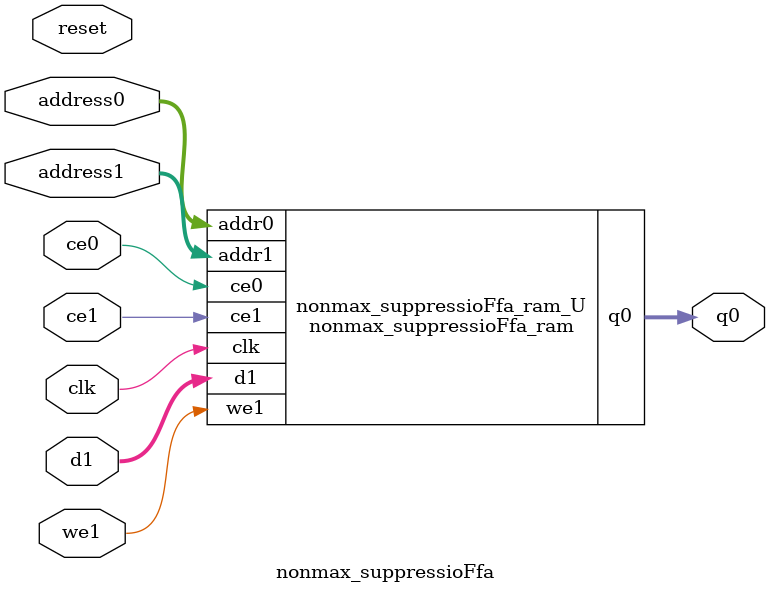
<source format=v>

`timescale 1 ns / 1 ps
module nonmax_suppressioFfa_ram (addr0, ce0, q0, addr1, ce1, d1, we1,  clk);

parameter DWIDTH = 16;
parameter AWIDTH = 11;
parameter MEM_SIZE = 1920;

input[AWIDTH-1:0] addr0;
input ce0;
output reg[DWIDTH-1:0] q0;
input[AWIDTH-1:0] addr1;
input ce1;
input[DWIDTH-1:0] d1;
input we1;
input clk;

(* ram_style = "block" *)reg [DWIDTH-1:0] ram[0:MEM_SIZE-1];




always @(posedge clk)  
begin 
    if (ce0) 
    begin
            q0 <= ram[addr0];
    end
end


always @(posedge clk)  
begin 
    if (ce1) 
    begin
        if (we1) 
        begin 
            ram[addr1] <= d1; 
        end 
    end
end


endmodule


`timescale 1 ns / 1 ps
module nonmax_suppressioFfa(
    reset,
    clk,
    address0,
    ce0,
    q0,
    address1,
    ce1,
    we1,
    d1);

parameter DataWidth = 32'd16;
parameter AddressRange = 32'd1920;
parameter AddressWidth = 32'd11;
input reset;
input clk;
input[AddressWidth - 1:0] address0;
input ce0;
output[DataWidth - 1:0] q0;
input[AddressWidth - 1:0] address1;
input ce1;
input we1;
input[DataWidth - 1:0] d1;



nonmax_suppressioFfa_ram nonmax_suppressioFfa_ram_U(
    .clk( clk ),
    .addr0( address0 ),
    .ce0( ce0 ),
    .q0( q0 ),
    .addr1( address1 ),
    .ce1( ce1 ),
    .d1( d1 ),
    .we1( we1 ));

endmodule


</source>
